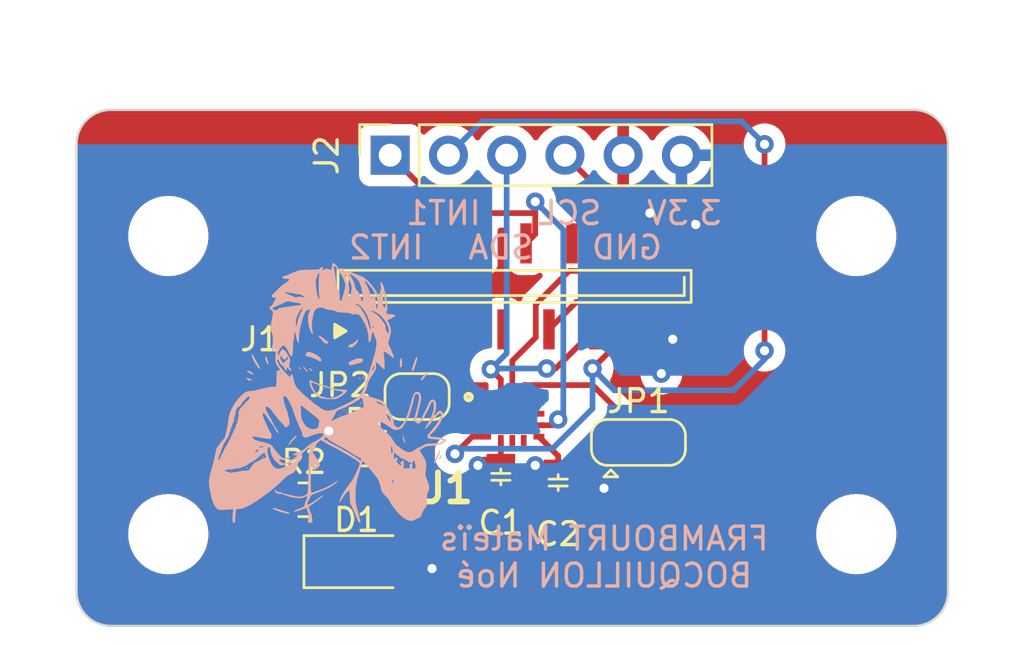
<source format=kicad_pcb>
(kicad_pcb (version 20221018) (generator pcbnew)
  (layers (0 "F.Cu" signal) (31 "B.Cu" signal) (34 "B.Paste" user) (35 "F.Paste" user) (36 "B.SilkS" user "B.Silkscreen") (37 "F.SilkS" user "F.Silkscreen") (38 "B.Mask" user) (39 "F.Mask" user) (44 "Edge.Cuts" user))
  (net 0 "")
  (net 1 "+3V3")
  (net 2 "GND")
  (net 3 "Net-(D1-Pad1)")
  (net 9 "INT2_Haut")
  (net 10 "INT1_Haut")
  (net 12 "SDA")
  (net 13 "SCL")
  (net 14 "Net-(JP1-Pad2)")
  (net 16 "Net-(JP2-Pad1)")
  (footprint "Jumper:SolderJumper-2_P1.3mm_Open_RoundedPad1.0x1.5mm" (layer "F.Cu") (at 96.85 84 180)
    (fp_text reference "JP2" (at 3.35 0.5) (layer "F.SilkS"))
    (fp_text value "SolderJumper_2_Open")
    (pad "1" smd custom (at -0.65 0 180) (size 1 0.5) (layers "F.Cu" "F.Mask") (net 16 "Net-(JP2-Pad1)") (options (clearance outline) (anchor rect)) (primitives (gr_circle (center 0 0.25) (end 0.5 0.25) (width 0) (fill yes)) (gr_circle (center 0 -0.25) (end 0.5 -0.25) (width 0) (fill yes)) (gr_poly (pts (xy 0.5 0.75) (xy 0 0.75) (xy 0 -0.75) (xy 0.5 -0.75)) (width 0) (fill yes))))
    (pad "2" smd custom (at 0.65 0 180) (size 1 0.5) (layers "F.Cu" "F.Mask") (net 2 "GND") (options (clearance outline) (anchor rect)) (primitives (gr_circle (center 0 0.25) (end 0.5 0.25) (width 0) (fill yes)) (gr_circle (center 0 -0.25) (end 0.5 -0.25) (width 0) (fill yes)) (gr_poly (pts (xy 0 0.75) (xy -0.5 0.75) (xy -0.5 -0.75) (xy 0 -0.75)) (width 0) (fill yes))))
  )
  (footprint "Library:Cap 100nf 0805" (layer "F.Cu") (at 100.5 86.75 -90)
    (fp_text reference "C1" (at 2.75 0 unlocked) (layer "F.SilkS"))
    (fp_text value "100n")
    (pad "1" smd rect (at 0 0 90) (size 0.5 1.25) (layers "F.Cu" "F.Paste" "F.Mask") (net 1 "+3V3"))
    (pad "2" smd rect (at 1.5 0 270) (size 0.5 1.25) (layers "F.Cu" "F.Paste" "F.Mask") (net 2 "GND"))
  )
  (footprint "LOGO" (layer "F.Cu") (at 93 83.5)
    (fp_text reference "G***" hide)
    (fp_text value "LOGO" hide)
  )
  (footprint "Library:Cap 100nf 0805" (layer "F.Cu") (at 103 87 -90)
    (fp_text reference "C2" (at 3 0 unlocked) (layer "F.SilkS"))
    (fp_text value "100n")
    (pad "1" smd rect (at 0 0 90) (size 0.5 1.25) (layers "F.Cu" "F.Paste" "F.Mask") (net 1 "+3V3"))
    (pad "2" smd rect (at 1.5 0 270) (size 0.5 1.25) (layers "F.Cu" "F.Paste" "F.Mask") (net 2 "GND"))
  )
  (footprint "Connector_PinSocket_2.54mm:PinSocket_1x06_P2.54mm_Vertical" (layer "F.Cu") (at 95.675 73.475 90)
    (fp_text reference "J2" (at 0 -2.77 90) (layer "F.SilkS"))
    (fp_text value "Conn_01x06_Male")
    (pad "1" thru_hole rect (at 0 0 90) (size 1.7 1.7) (drill 1) (layers "*.Cu" "*.Mask") (net 9 "INT2_Haut"))
    (pad "2" thru_hole oval (at 0 2.54 90) (size 1.7 1.7) (drill 1) (layers "*.Cu" "*.Mask") (net 10 "INT1_Haut"))
    (pad "3" thru_hole oval (at 0 5.08 90) (size 1.7 1.7) (drill 1) (layers "*.Cu" "*.Mask") (net 12 "SDA"))
    (pad "4" thru_hole oval (at 0 7.62 90) (size 1.7 1.7) (drill 1) (layers "*.Cu" "*.Mask") (net 13 "SCL"))
    (pad "5" thru_hole oval (at 0 10.16 90) (size 1.7 1.7) (drill 1) (layers "*.Cu" "*.Mask") (net 2 "GND"))
    (pad "6" thru_hole oval (at 0 12.7 90) (size 1.7 1.7) (drill 1) (layers "*.Cu" "*.Mask") (net 1 "+3V3"))
  )
  (footprint "Resistor_SMD:R_0603_1608Metric" (layer "F.Cu") (at 94.675 86.5)
    (fp_text reference "R1" (at 0 -1.43) (layer "F.SilkS"))
    (fp_text value "10k")
    (pad "1" smd roundrect (at -0.825 0) (size 0.8 0.95) (layers "F.Cu" "F.Paste" "F.Mask") (net 1 "+3V3"))
    (pad "2" smd roundrect (at 0.825 0) (size 0.8 0.95) (layers "F.Cu" "F.Paste" "F.Mask") (net 16 "Net-(JP2-Pad1)"))
  )
  (footprint "Jumper:SolderJumper-3_P1.3mm_Bridged12_RoundedPad1.0x1.5mm" (layer "F.Cu") (at 106.5 86)
    (fp_text reference "JP1" (at 0 -1.8) (layer "F.SilkS"))
    (fp_text value "SolderJumper_3_Bridged12")
    (fp_poly (pts (xy -0.9 -0.3) (xy -0.4 -0.3) (xy -0.4 0.3) (xy -0.9 0.3)) (fill solid) (layer "F.Cu"))
    (pad "1" smd custom (at -1.3 0) (size 1 0.5) (layers "F.Cu" "F.Mask") (net 1 "+3V3") (options (clearance outline) (anchor rect)) (primitives (gr_circle (center 0 0.25) (end 0.5 0.25) (width 0) (fill yes)) (gr_circle (center 0 -0.25) (end 0.5 -0.25) (width 0) (fill yes)) (gr_poly (pts (xy 0.55 0.75) (xy 0 0.75) (xy 0 -0.75) (xy 0.55 -0.75)) (width 0) (fill yes))))
    (pad "2" smd rect (at 0 0) (size 1 1.5) (layers "F.Cu" "F.Mask") (net 14 "Net-(JP1-Pad2)"))
    (pad "3" smd custom (at 1.3 0) (size 1 0.5) (layers "F.Cu" "F.Mask") (options (clearance outline) (anchor rect)) (primitives (gr_circle (center 0 0.25) (end 0.5 0.25) (width 0) (fill yes)) (gr_circle (center 0 -0.25) (end 0.5 -0.25) (width 0) (fill yes)) (gr_poly (pts (xy 0 0.75) (xy -0.55 0.75) (xy -0.55 -0.75) (xy 0 -0.75)) (width 0) (fill yes))))
  )
  (footprint "MountingHole:MountingHole_3mm" (layer "F.Cu") (at 116 77)
    (fp_text reference "REF**" hide)
    (fp_text value "MountingHole_3mm")
    (pad "" np_thru_hole circle (at 0 0) (size 3 3) (drill 3) (layers "F&B.Cu" "*.Mask"))
  )
  (footprint "Library:LGA-14_2.5X3X0.86_" (layer "F.Cu") (at 101 85)
    (fp_text reference "U1" (at -3 3) (layer "F.SilkS") (effects (font (size 1.27 1.27) (thickness 0.254))))
    (fp_text value "LSM6DSRTR" hide)
    (pad "1" smd rect (at -1.1625 -0.75 90) (size 0.25 0.475) (layers "F.Cu" "F.Paste" "F.Mask") (net 16 "Net-(JP2-Pad1)"))
    (pad "2" smd rect (at -1.1625 -0.25 90) (size 0.25 0.475) (layers "F.Cu" "F.Paste" "F.Mask") (net 2 "GND"))
    (pad "3" smd rect (at -1.1625 0.25 90) (size 0.25 0.475) (layers "F.Cu" "F.Paste" "F.Mask") (net 2 "GND"))
    (pad "4" smd rect (at -1.1625 0.75 90) (size 0.25 0.475) (layers "F.Cu" "F.Paste" "F.Mask") (net 10 "INT1_Haut"))
    (pad "5" smd rect (at -0.5 0.9125) (size 0.25 0.475) (layers "F.Cu" "F.Paste" "F.Mask") (net 1 "+3V3"))
    (pad "6" smd rect (at 0 0.9125) (size 0.25 0.475) (layers "F.Cu" "F.Paste" "F.Mask"))
    (pad "7" smd rect (at 0.5 0.9125) (size 0.25 0.475) (layers "F.Cu" "F.Paste" "F.Mask"))
    (pad "8" smd rect (at 1.1625 0.75 90) (size 0.25 0.475) (layers "F.Cu" "F.Paste" "F.Mask") (net 1 "+3V3"))
    (pad "9" smd rect (at 1.1625 0.25 90) (size 0.25 0.475) (layers "F.Cu" "F.Paste" "F.Mask") (net 9 "INT2_Haut"))
    (pad "10" smd rect (at 1.1625 -0.25 90) (size 0.25 0.475) (layers "F.Cu" "F.Paste" "F.Mask"))
    (pad "11" smd rect (at 1.1625 -0.75 90) (size 0.25 0.475) (layers "F.Cu" "F.Paste" "F.Mask"))
    (pad "12" smd rect (at 0.5 -0.9125) (size 0.25 0.475) (layers "F.Cu" "F.Paste" "F.Mask") (net 14 "Net-(JP1-Pad2)"))
    (pad "13" smd rect (at 0 -0.9125) (size 0.25 0.475) (layers "F.Cu" "F.Paste" "F.Mask") (net 13 "SCL"))
    (pad "14" smd rect (at -0.5 -0.9125) (size 0.25 0.475) (layers "F.Cu" "F.Paste" "F.Mask") (net 12 "SDA"))
  )
  (footprint "Resistor_SMD:R_0805_2012Metric" (layer "F.Cu") (at 91.9125 88.5)
    (fp_text reference "R2" (at 0 -1.65) (layer "F.SilkS"))
    (fp_text value "30")
    (pad "1" smd roundrect (at -0.9125 0) (size 1.025 1.4) (layers "F.Cu" "F.Paste" "F.Mask") (roundrect_rratio 0.243902439) (net 2 "GND"))
    (pad "2" smd roundrect (at 0.9125 0) (size 1.025 1.4) (layers "F.Cu" "F.Paste" "F.Mask") (roundrect_rratio 0.243902439) (net 3 "Net-(D1-Pad1)"))
  )
  (footprint "MountingHole:MountingHole_3mm" (layer "F.Cu") (at 86 90)
    (fp_text reference "REF**" hide)
    (fp_text value "MountingHole_3mm")
    (pad "" np_thru_hole circle (at 0 0) (size 3 3) (drill 3) (layers "*.Cu" "*.Mask"))
  )
  (footprint "Library:FPC 2x7 p=1mm" (layer "F.Cu") (at 92.2 79.195)
    (fp_text reference "J1" (at -2.2 2.305 unlocked) (layer "F.SilkS"))
    (fp_text value "Conn_01x14_Shielded")
    (pad "0" smd rect (at 0 0) (size 2 1.6) (layers "F.Cu" "F.Paste" "F.Mask"))
    (pad "0" smd rect (at 17.8 0) (size 2 1.6) (layers "F.Cu" "F.Paste" "F.Mask"))
    (pad "1" smd rect (at 2.4 1.875) (size 0.5 1.75) (layers "F.Cu" "F.Paste" "F.Mask") (net 2 "GND"))
    (pad "2" smd rect (at 3.4 -1.875) (size 0.5 1.75) (layers "F.Cu" "F.Paste" "F.Mask") (net 2 "GND"))
    (pad "3" smd rect (at 4.4 1.875) (size 0.5 1.75) (layers "F.Cu" "F.Paste" "F.Mask"))
    (pad "4" smd rect (at 5.4 -1.875) (size 0.5 1.75) (layers "F.Cu" "F.Paste" "F.Mask"))
    (pad "5" smd rect (at 6.4 1.875) (size 0.5 1.75) (layers "F.Cu" "F.Paste" "F.Mask"))
    (pad "6" smd rect (at 7.4 -1.875) (size 0.5 1.75) (layers "F.Cu" "F.Paste" "F.Mask"))
    (pad "7" smd rect (at 8.4 1.875) (size 0.5 1.75) (layers "F.Cu" "F.Paste" "F.Mask"))
    (pad "8" smd rect (at 9.4 -1.875) (size 0.5 1.75) (layers "F.Cu" "F.Paste" "F.Mask") (net 9 "INT2_Haut"))
    (pad "9" smd rect (at 10.4 1.875) (size 0.5 1.75) (layers "F.Cu" "F.Paste" "F.Mask") (net 10 "INT1_Haut"))
    (pad "10" smd rect (at 11.4 -1.875) (size 0.5 1.75) (layers "F.Cu" "F.Paste" "F.Mask"))
    (pad "11" smd rect (at 12.4 1.875) (size 0.5 1.75) (layers "F.Cu" "F.Paste" "F.Mask") (net 12 "SDA"))
    (pad "12" smd rect (at 13.4 -1.875) (size 0.5 1.75) (layers "F.Cu" "F.Paste" "F.Mask") (net 13 "SCL"))
    (pad "13" smd rect (at 14.4 1.875) (size 0.5 1.75) (layers "F.Cu" "F.Paste" "F.Mask") (net 1 "+3V3"))
    (pad "14" smd rect (at 15.4 -1.875) (size 0.5 1.75) (layers "F.Cu" "F.Paste" "F.Mask") (net 1 "+3V3"))
  )
  (footprint "LED_SMD:LED_1206_3216Metric" (layer "F.Cu") (at 94.2 91.2)
    (fp_text reference "D1" (at 0 -1.82) (layer "F.SilkS"))
    (fp_text value "LED")
    (pad "1" smd roundrect (at -1.4 0) (size 1.25 1.75) (layers "F.Cu" "F.Paste" "F.Mask") (roundrect_rratio 0.2) (net 3 "Net-(D1-Pad1)"))
    (pad "2" smd roundrect (at 1.4 0) (size 1.25 1.75) (layers "F.Cu" "F.Paste" "F.Mask") (roundrect_rratio 0.2) (net 1 "+3V3"))
  )
  (footprint "MountingHole:MountingHole_3mm" (layer "F.Cu") (at 86 77)
    (fp_text reference "REF**" hide)
    (fp_text value "MountingHole_3mm")
    (pad "" np_thru_hole circle (at 0 0) (size 3 3) (drill 3) (layers "F&B.Cu" "*.Mask"))
  )
  (footprint "MountingHole:MountingHole_3mm" (layer "F.Cu") (at 116 90)
    (fp_text reference "REF**" hide)
    (fp_text value "MountingHole_3mm")
    (pad "" np_thru_hole circle (at 0 0) (size 3 3) (drill 3) (layers "*.Cu" "*.Mask"))
  )
  (gr_arc (start 83.5 94) (mid 82.43934 93.56066) (end 82 92.5) (stroke (width 0.1)) (layer "Edge.Cuts"))
  (gr_arc (start 120 92.5) (mid 119.56066 93.56066) (end 118.5 94) (stroke (width 0.1)) (layer "Edge.Cuts"))
  (gr_line (start 82 92.5) (end 82 73) (stroke (width 0.1)) (layer "Edge.Cuts"))
  (gr_line (start 118.5 94) (end 83.5 94) (stroke (width 0.1)) (layer "Edge.Cuts"))
  (gr_line (start 83.5 71.5) (end 118.5 71.5) (stroke (width 0.1)) (layer "Edge.Cuts"))
  (gr_arc (start 82 73) (mid 82.43934 71.93934) (end 83.5 71.5) (stroke (width 0.1)) (layer "Edge.Cuts"))
  (gr_line (start 120 73) (end 120 92.5) (stroke (width 0.1)) (layer "Edge.Cuts"))
  (gr_arc (start 118.5 71.5) (mid 119.56066 71.93934) (end 120 73) (stroke (width 0.1)) (layer "Edge.Cuts"))
  (gr_text "GND" (at 106 77.5) (layer "B.SilkS") (effects (font (size 1 1)) (justify mirror)))
  (gr_text "FRAMBOURT Mateïs\nBOCQUILLON Noé" (at 105 91) (layer "B.SilkS") (effects (font (size 1 1)) (justify mirror)))
  (gr_text "INT1\n" (at 98 76) (layer "B.SilkS") (effects (font (size 1 1)) (justify mirror)))
  (gr_text "SDA" (at 100.5 77.5) (layer "B.SilkS") (effects (font (size 1 1)) (justify mirror)))
  (gr_text "SCL" (at 103.5 76) (layer "B.SilkS") (effects (font (size 1 1)) (justify mirror)))
  (gr_text "3.3V\n" (at 108.5 76) (layer "B.SilkS") (effects (font (size 1 1)) (justify mirror)))
  (gr_text "INT2" (at 95.5 77.5) (layer "B.SilkS") (effects (font (size 1 1)) (justify mirror)))
  (segment (start 93.85 86.5) (end 93.85 86.35) (width 0.25) (layer "F.Cu") (net 1))
  (segment (start 106.6 81.07) (end 107.57 81.07) (width 0.25) (layer "F.Cu") (net 1))
  (segment (start 103 86.5875) (end 102.1625 85.75) (width 0.25) (layer "F.Cu") (net 1))
  (segment (start 100.5 86.75) (end 100.5 85.9125) (width 0.25) (layer "F.Cu") (net 1))
  (segment (start 99.75 86.75) (end 99.5 87) (width 0.25) (layer "F.Cu") (net 1))
  (segment (start 93.85 86.35) (end 93 85.5) (width 0.25) (layer "F.Cu") (net 1))
  (segment (start 100.5 86.75) (end 99.75 86.75) (width 0.25) (layer "F.Cu") (net 1))
  (segment (start 103 87) (end 103 86.5875) (width 0.25) (layer "F.Cu") (net 1))
  (segment (start 107.6 77.32) (end 108.18 77.32) (width 0.25) (layer "F.Cu") (net 1))
  (segment (start 106.6 81.07) (end 106.6 82.1) (width 0.25) (layer "F.Cu") (net 1))
  (segment (start 106.6 82.1) (end 107.5 83) (width 0.25) (layer "F.Cu") (net 1))
  (segment (start 107.57 81.07) (end 108 81.5) (width 0.25) (layer "F.Cu") (net 1))
  (segment (start 107.6 76.6) (end 107 76) (width 0.25) (layer "F.Cu") (net 1))
  (segment (start 108.18 77.32) (end 109 76.5) (width 0.25) (layer "F.Cu") (net 1))
  (segment (start 97.2 91.2) (end 97.5 91.5) (width 0.4) (layer "F.Cu") (net 1))
  (segment (start 105.2 86) (end 105 86.2) (width 0.25) (layer "F.Cu") (net 1))
  (segment (start 107.6 77.32) (end 107.6 76.6) (width 0.25) (layer "F.Cu") (net 1))
  (segment (start 103 87) (end 102 87) (width 0.25) (layer "F.Cu") (net 1))
  (segment (start 95.6 91.2) (end 97.2 91.2) (width 0.4) (layer "F.Cu") (net 1))
  (segment (start 105 86.2) (end 105 88) (width 0.25) (layer "F.Cu") (net 1))
  (via (at 99.5 87) (size 0.8) (drill 0.4) (layers "F.Cu" "B.Cu") (net 1))
  (via (at 107 76) (size 0.8) (drill 0.4) (layers "F.Cu" "B.Cu") (net 1))
  (via (at 109 76.5) (size 0.8) (drill 0.4) (layers "F.Cu" "B.Cu") (net 1))
  (via (at 93 85.5) (size 0.8) (drill 0.4) (layers "F.Cu" "B.Cu") (net 1))
  (via (at 108 81.5) (size 0.8) (drill 0.4) (layers "F.Cu" "B.Cu") (net 1))
  (via (at 105 88) (size 0.8) (drill 0.4) (layers "F.Cu" "B.Cu") (net 1))
  (via (at 102 87) (size 0.8) (drill 0.4) (layers "F.Cu" "B.Cu") (net 1))
  (via (at 107.5 83) (size 0.8) (drill 0.4) (layers "F.Cu" "B.Cu") (net 1))
  (via (at 97.5 91.5) (size 0.8) (drill 0.4) (layers "F.Cu" "B.Cu") (net 1))
  (segment (start 99.8375 84.75) (end 98.75 84.75) (width 0.25) (layer "F.Cu") (net 2))
  (segment (start 98.75 84.75) (end 98.25 85.25) (width 0.25) (layer "F.Cu") (net 2))
  (segment (start 99.8375 85.25) (end 99.8375 84.75) (width 0.25) (layer "F.Cu") (net 2))
  (segment (start 97.5 88) (end 97.75 88.25) (width 0.25) (layer "F.Cu") (net 2))
  (segment (start 97.75 88.25) (end 100.5 88.25) (width 0.25) (layer "F.Cu") (net 2))
  (segment (start 97.5 86) (end 97.5 88) (width 0.25) (layer "F.Cu") (net 2))
  (segment (start 99.8375 85.25) (end 98.25 85.25) (width 0.25) (layer "F.Cu") (net 2))
  (segment (start 98.25 85.25) (end 97.5 86) (width 0.25) (layer "F.Cu") (net 2))
  (segment (start 92.825 91.175) (end 92.8 91.2) (width 0.25) (layer "F.Cu") (net 3))
  (segment (start 92.825 88.5) (end 92.825 91.175) (width 1) (layer "F.Cu") (net 3))
  (segment (start 98.2 76) (end 95.675 73.475) (width 0.25) (layer "F.Cu") (net 9))
  (segment (start 102.75 85.25) (end 103 85) (width 0.25) (layer "F.Cu") (net 9))
  (segment (start 102 76) (end 102 76.92) (width 0.25) (layer "F.Cu") (net 9))
  (segment (start 102.1625 85.25) (end 102.75 85.25) (width 0.25) (layer "F.Cu") (net 9))
  (segment (start 102 76.92) (end 101.6 77.32) (width 0.25) (layer "F.Cu") (net 9))
  (segment (start 102 75.5) (end 102 76) (width 0.25) (layer "F.Cu") (net 9))
  (segment (start 102 76) (end 98.2 76) (width 0.25) (layer "F.Cu") (net 9))
  (via (at 102 75.5) (size 0.8) (drill 0.4) (layers "F.Cu" "B.Cu") (net 9))
  (via (at 103 85) (size 0.8) (drill 0.4) (layers "F.Cu" "B.Cu") (net 9))
  (segment (start 103 85) (end 103.225 84.775) (width 0.25) (layer "B.Cu") (net 9))
  (segment (start 103.225 84.775) (end 103.225 76.725) (width 0.25) (layer "B.Cu") (net 9))
  (segment (start 103.225 76.725) (end 102 75.5) (width 0.25) (layer "B.Cu") (net 9))
  (segment (start 112 82) (end 112 73) (width 0.25) (layer "F.Cu") (net 10))
  (segment (start 103.8 79.87) (end 102.6 81.07) (width 0.25) (layer "F.Cu") (net 10))
  (segment (start 105.175 82.1005) (end 105.175 79.87) (width 0.25) (layer "F.Cu") (net 10))
  (segment (start 99.8375 85.75) (end 99.25 85.75) (width 0.25) (layer "F.Cu") (net 10))
  (segment (start 105.175 79.87) (end 103.8 79.87) (width 0.25) (layer "F.Cu") (net 10))
  (segment (start 104.5 82.7755) (end 105.175 82.1005) (width 0.25) (layer "F.Cu") (net 10))
  (segment (start 99.25 85.75) (end 98.5 86.5) (width 0.25) (layer "F.Cu") (net 10))
  (via (at 112 82) (size 0.8) (drill 0.4) (layers "F.Cu" "B.Cu") (net 10))
  (via (at 98.5 86.5) (size 0.8) (drill 0.4) (layers "F.Cu" "B.Cu") (net 10))
  (via (at 104.5 82.7755) (size 0.8) (drill 0.4) (layers "F.Cu" "B.Cu") (net 10))
  (via (at 112 73) (size 0.8) (drill 0.4) (layers "F.Cu" "B.Cu") (net 10))
  (segment (start 105.4495 83.725) (end 110.650001 83.725) (width 0.25) (layer "B.Cu") (net 10))
  (segment (start 112 73) (end 111 72) (width 0.25) (layer "B.Cu") (net 10))
  (segment (start 104.5 82.7755) (end 105.4495 83.725) (width 0.25) (layer "B.Cu") (net 10))
  (segment (start 99.69 72) (end 98.215 73.475) (width 0.25) (layer "B.Cu") (net 10))
  (segment (start 111 72) (end 99.69 72) (width 0.25) (layer "B.Cu") (net 10))
  (segment (start 98.725 86.275) (end 102.750305 86.275) (width 0.25) (layer "B.Cu") (net 10))
  (segment (start 104.5 84.525305) (end 104.5 82.7755) (width 0.25) (layer "B.Cu") (net 10))
  (segment (start 98.5 86.5) (end 98.725 86.275) (width 0.25) (layer "B.Cu") (net 10))
  (segment (start 102.750305 86.275) (end 104.5 84.525305) (width 0.25) (layer "B.Cu") (net 10))
  (segment (start 112 82.375001) (end 112 82) (width 0.25) (layer "B.Cu") (net 10))
  (segment (start 110.650001 83.725) (end 112 82.375001) (width 0.25) (layer "B.Cu") (net 10))
  (segment (start 102.5 82.7755) (end 102.8945 82.7755) (width 0.25) (layer "F.Cu") (net 12))
  (segment (start 102.8945 82.7755) (end 104.6 81.07) (width 0.25) (layer "F.Cu") (net 12))
  (segment (start 100.5 83.249542) (end 100.5 84.0875) (width 0.25) (layer "F.Cu") (net 12))
  (segment (start 100.061433 82.810975) (end 100.5 83.249542) (width 0.25) (layer "F.Cu") (net 12))
  (via (at 100.061433 82.810975) (size 0.8) (drill 0.4) (layers "F.Cu" "B.Cu") (net 12))
  (via (at 102.5 82.7755) (size 0.8) (drill 0.4) (layers "F.Cu" "B.Cu") (net 12))
  (segment (start 100.096908 82.7755) (end 100.061433 82.810975) (width 0.25) (layer "B.Cu") (net 12))
  (segment (start 100.755 82.117408) (end 100.755 73.475) (width 0.25) (layer "B.Cu") (net 12))
  (segment (start 102.5 82.7755) (end 100.096908 82.7755) (width 0.25) (layer "B.Cu") (net 12))
  (segment (start 100.061433 82.810975) (end 100.755 82.117408) (width 0.25) (layer "B.Cu") (net 12))
  (segment (start 102.025 79.975) (end 103.48 78.52) (width 0.25) (layer "F.Cu") (net 13))
  (segment (start 101 84.0875) (end 101 82.445) (width 0.25) (layer "F.Cu") (net 13))
  (segment (start 105.6 77.32) (end 105.6 75.78) (width 0.25) (layer "F.Cu") (net 13))
  (segment (start 101 82.445) (end 102.025 81.42) (width 0.25) (layer "F.Cu") (net 13))
  (segment (start 104.4 78.52) (end 105.6 77.32) (width 0.25) (layer "F.Cu") (net 13))
  (segment (start 103.48 78.52) (end 104.4 78.52) (width 0.25) (layer "F.Cu") (net 13))
  (segment (start 105.6 75.78) (end 103.295 73.475) (width 0.25) (layer "F.Cu") (net 13))
  (segment (start 102.025 81.42) (end 102.025 79.975) (width 0.25) (layer "F.Cu") (net 13))
  (segment (start 106.5 85.5) (end 106.5 86) (width 0.25) (layer "F.Cu") (net 14))
  (segment (start 104.5 83.5) (end 106.5 85.5) (width 0.25) (layer "F.Cu") (net 14))
  (segment (start 101.5 84.0875) (end 101.5 83.5) (width 0.25) (layer "F.Cu") (net 14))
  (segment (start 101.5 83.5) (end 104.5 83.5) (width 0.25) (layer "F.Cu") (net 14))
  (segment (start 97.5 84.5) (end 95.5 86.5) (width 0.25) (layer "F.Cu") (net 16))
  (segment (start 97.5 84) (end 98.5 84) (width 0.25) (layer "F.Cu") (net 16))
  (segment (start 99 83.5) (end 99.8375 83.5) (width 0.25) (layer "F.Cu") (net 16))
  (segment (start 99.8375 83.5) (end 99.8375 84.25) (width 0.25) (layer "F.Cu") (net 16))
  (segment (start 97.5 84) (end 97.5 84.5) (width 0.25) (layer "F.Cu") (net 16))
  (segment (start 98.5 84) (end 99 83.5) (width 0.25) (layer "F.Cu") (net 16))
  (zone (net 2) (net_name "GND") (layer "F.Cu") (connect_pads (clearance 0.508)) (min_thickness 0.254) (fill yes (thermal_gap 0.508) (thermal_bridge_width 0.508))
    (polygon (pts (xy 120 94) (xy 82 94) (xy 82 71.5) (xy 120 71.5)))
  )
  (zone (net 1) (net_name "+3V3") (layer "B.Cu") (connect_pads (clearance 0.508)) (min_thickness 0.254) (fill yes (thermal_gap 0.508) (thermal_bridge_width 0.508))
    (polygon (pts (xy 120 94) (xy 82 94) (xy 82 73) (xy 120 73)))
  )
)
</source>
